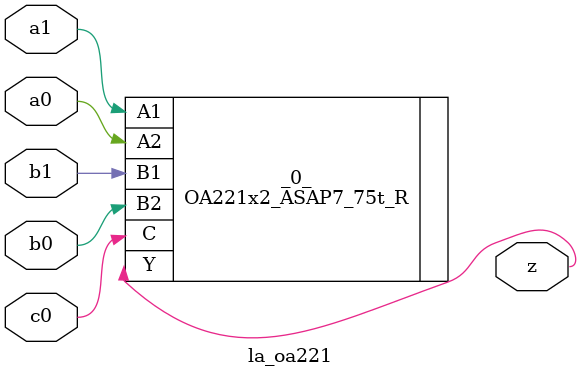
<source format=v>

/* Generated by Yosys 0.44 (git sha1 80ba43d26, g++ 11.4.0-1ubuntu1~22.04 -fPIC -O3) */

(* top =  1  *)
(* src = "inputs/la_oa221.v:10.1-23.10" *)
module la_oa221 (
    a0,
    a1,
    b0,
    b1,
    c0,
    z
);
  (* src = "inputs/la_oa221.v:13.12-13.14" *)
  input a0;
  wire a0;
  (* src = "inputs/la_oa221.v:14.12-14.14" *)
  input a1;
  wire a1;
  (* src = "inputs/la_oa221.v:15.12-15.14" *)
  input b0;
  wire b0;
  (* src = "inputs/la_oa221.v:16.12-16.14" *)
  input b1;
  wire b1;
  (* src = "inputs/la_oa221.v:17.12-17.14" *)
  input c0;
  wire c0;
  (* src = "inputs/la_oa221.v:18.12-18.13" *)
  output z;
  wire z;
  OA221x2_ASAP7_75t_R _0_ (
      .A1(a1),
      .A2(a0),
      .B1(b1),
      .B2(b0),
      .C (c0),
      .Y (z)
  );
endmodule

</source>
